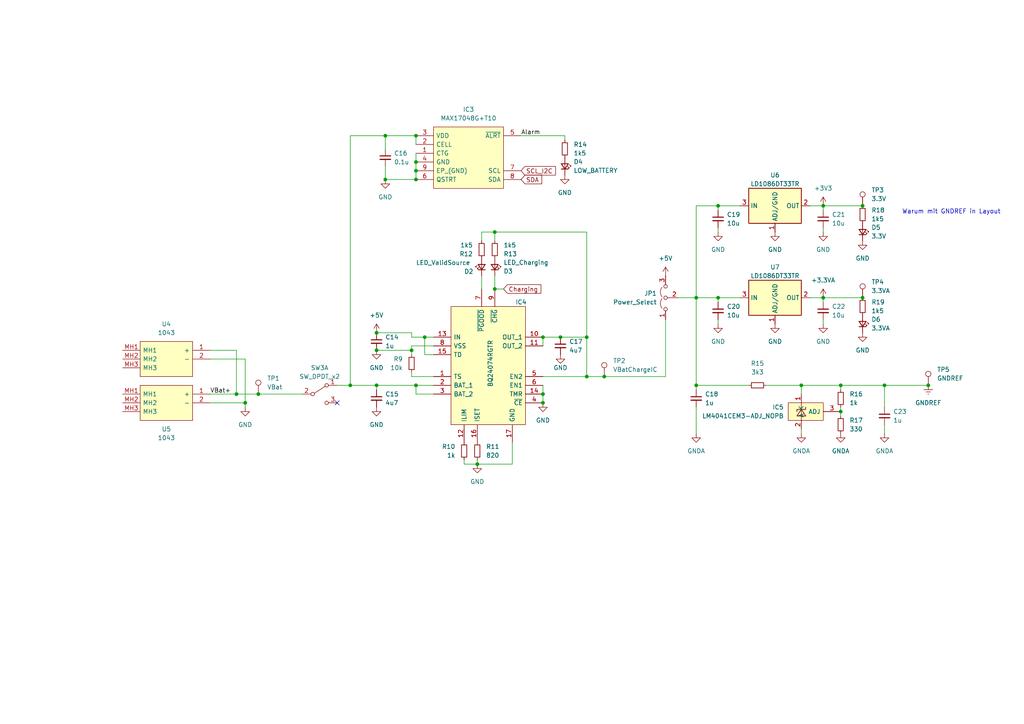
<source format=kicad_sch>
(kicad_sch (version 20211123) (generator eeschema)
  (paper "A4")
  (lib_symbols
    (symbol "Connector:TestPoint" (pin_numbers hide) (pin_names (offset 0.762) hide)
      (property "Reference" "TP" (at 0 6.858 0))
      (property "Value" "TestPoint" (at 0 5.08 0))
      (symbol "TestPoint_0_1"
        (circle (center 0 3.302) (radius 0.762))
      )
      (symbol "TestPoint_1_1"
        (pin passive line (at 0 0 90) (length 2.54) (name "1") (number "1"))
      )
    )
    (symbol "Device:C_Small" (pin_numbers hide) (pin_names (offset 0.254) hide)
      (property "Reference" "C" (at 0.254 1.778 0))
      (property "Value" "C_Small" (at 0.254 -2.032 0))
      (symbol "C_Small_0_1"
        (polyline (pts (xy -1.524 -0.508) (xy 1.524 -0.508)) (stroke (width 0.3302)))
        (polyline (pts (xy -1.524 0.508) (xy 1.524 0.508)) (stroke (width 0.3048)))
      )
      (symbol "C_Small_1_1"
        (pin passive line (at 0 2.54 270) (length 2.032) (name "~") (number "1"))
        (pin passive line (at 0 -2.54 90) (length 2.032) (name "~") (number "2"))
      )
    )
    (symbol "Device:LED_Small" (pin_numbers hide) (pin_names (offset 0.254) hide)
      (property "Reference" "D" (at -1.27 3.175 0))
      (property "Value" "LED_Small" (at -4.445 -2.54 0))
      (symbol "LED_Small_0_1"
        (polyline (pts (xy -0.762 -1.016) (xy -0.762 1.016)) (stroke (width 0.254)))
        (polyline (pts (xy 1.016 0) (xy -0.762 0)))
        (polyline (pts (xy 0.762 -1.016) (xy -0.762 0) (xy 0.762 1.016) (xy 0.762 -1.016)) (stroke (width 0.254)))
        (polyline (pts (xy 0 0.762) (xy -0.508 1.27) (xy -0.254 1.27) (xy -0.508 1.27) (xy -0.508 1.016)))
        (polyline (pts (xy 0.508 1.27) (xy 0 1.778) (xy 0.254 1.778) (xy 0 1.778) (xy 0 1.524)))
      )
      (symbol "LED_Small_1_1"
        (pin passive line (at -2.54 0 0) (length 1.778) (name "K") (number "1"))
        (pin passive line (at 2.54 0 180) (length 1.778) (name "A") (number "2"))
      )
    )
    (symbol "Device:R_Small" (pin_numbers hide) (pin_names (offset 0.254) hide)
      (property "Reference" "R" (at 0.762 0.508 0))
      (property "Value" "R_Small" (at 0.762 -1.016 0))
      (symbol "R_Small_0_1"
        (rectangle (start -0.762 1.778) (end 0.762 -1.778) (stroke (width 0.2032)))
      )
      (symbol "R_Small_1_1"
        (pin passive line (at 0 2.54 270) (length 0.762) (name "~") (number "1"))
        (pin passive line (at 0 -2.54 90) (length 0.762) (name "~") (number "2"))
      )
    )
    (symbol "Jumper:Jumper_3_Open" (pin_names (offset 0) hide)
      (property "Reference" "JP" (at -2.54 -2.54 0))
      (property "Value" "Jumper_3_Open" (at 0 2.794 0))
      (symbol "Jumper_3_Open_0_0"
        (circle (center -3.302 0) (radius 0.508))
        (circle (center 0 0) (radius 0.508))
        (circle (center 3.302 0) (radius 0.508))
      )
      (symbol "Jumper_3_Open_0_1"
        (arc (start -0.254 1.016) (mid -1.651 1.4992) (end -3.048 1.016))
        (polyline (pts (xy 0 -0.508) (xy 0 -1.27)))
        (arc (start 3.048 1.016) (mid 1.651 1.4992) (end 0.254 1.016))
      )
      (symbol "Jumper_3_Open_1_1"
        (pin passive line (at -6.35 0 0) (length 2.54) (name "A") (number "1"))
        (pin passive line (at 0 -3.81 90) (length 2.54) (name "C") (number "2"))
        (pin passive line (at 6.35 0 180) (length 2.54) (name "B") (number "3"))
      )
    )
    (symbol "Regulator_Linear:LD1086DT33TR"
      (property "Reference" "U" (at 0 10.16 0))
      (property "Value" "LD1086DT33TR" (at 0 7.62 0))
      (symbol "LD1086DT33TR_1_1"
        (rectangle (start -7.62 -5.08) (end 7.62 5.08) (stroke (width 0.254)) (fill (type background)))
        (pin input line (at 0 -7.62 90) (length 2.54) (name "ADJ/GND") (number "1"))
        (pin power_out line (at 10.16 0 180) (length 2.54) (name "OUT") (number "2"))
        (pin power_in line (at -10.16 0 0) (length 2.54) (name "IN") (number "3"))
      )
    )
    (symbol "Switch:SW_DPDT_x2" (pin_names (offset 0) hide)
      (property "Reference" "SW" (at 0 4.318 0))
      (property "Value" "SW_DPDT_x2" (at 0 -5.08 0))
      (symbol "SW_DPDT_x2_0_0"
        (circle (center -2.032 0) (radius 0.508))
        (circle (center 2.032 -2.54) (radius 0.508))
      )
      (symbol "SW_DPDT_x2_0_1"
        (polyline (pts (xy -1.524 0.254) (xy 1.651 2.286)))
        (circle (center 2.032 2.54) (radius 0.508))
      )
      (symbol "SW_DPDT_x2_1_1"
        (pin passive line (at 5.08 2.54 180) (length 2.54) (name "A") (number "1"))
        (pin passive line (at -5.08 0 0) (length 2.54) (name "B") (number "2"))
        (pin passive line (at 5.08 -2.54 180) (length 2.54) (name "C") (number "3"))
      )
      (symbol "SW_DPDT_x2_2_1"
        (pin passive line (at 5.08 2.54 180) (length 2.54) (name "A") (number "4"))
        (pin passive line (at -5.08 0 0) (length 2.54) (name "B") (number "5"))
        (pin passive line (at 5.08 -2.54 180) (length 2.54) (name "C") (number "6"))
      )
    )
    (symbol "power:+3.3V" (power) (pin_names (offset 0))
      (property "Value" "+3.3V" (at 0 3.556 0))
      (symbol "+3.3V_0_1"
        (polyline (pts (xy -0.762 1.27) (xy 0 2.54)))
        (polyline (pts (xy 0 0) (xy 0 2.54)))
        (polyline (pts (xy 0 2.54) (xy 0.762 1.27)))
      )
      (symbol "+3.3V_1_1"
        (pin power_in line (at 0 0 90) (length 0) hide (name "+3V3") (number "1"))
      )
    )
    (symbol "power:+3.3VA" (power) (pin_names (offset 0))
      (property "Value" "+3.3VA" (at 0 3.556 0))
      (symbol "+3.3VA_0_1"
        (polyline (pts (xy -0.762 1.27) (xy 0 2.54)))
        (polyline (pts (xy 0 0) (xy 0 2.54)))
        (polyline (pts (xy 0 2.54) (xy 0.762 1.27)))
      )
      (symbol "+3.3VA_1_1"
        (pin power_in line (at 0 0 90) (length 0) hide (name "+3.3VA") (number "1"))
      )
    )
    (symbol "power:+5V" (power) (pin_names (offset 0))
      (property "Value" "+5V" (at 0 3.556 0))
      (symbol "+5V_0_1"
        (polyline (pts (xy -0.762 1.27) (xy 0 2.54)))
        (polyline (pts (xy 0 0) (xy 0 2.54)))
        (polyline (pts (xy 0 2.54) (xy 0.762 1.27)))
      )
      (symbol "+5V_1_1"
        (pin power_in line (at 0 0 90) (length 0) hide (name "+5V") (number "1"))
      )
    )
    (symbol "power:GND" (power) (pin_names (offset 0))
      (property "Value" "GND" (at 0 -3.81 0))
      (symbol "GND_0_1"
        (polyline (pts (xy 0 0) (xy 0 -1.27) (xy 1.27 -1.27) (xy 0 -2.54) (xy -1.27 -1.27) (xy 0 -1.27)))
      )
      (symbol "GND_1_1"
        (pin power_in line (at 0 0 270) (length 0) hide (name "GND") (number "1"))
      )
    )
    (symbol "power:GNDA" (power) (pin_names (offset 0))
      (property "Value" "GNDA" (at 0 -3.81 0))
      (symbol "GNDA_0_1"
        (polyline (pts (xy 0 0) (xy 0 -1.27) (xy 1.27 -1.27) (xy 0 -2.54) (xy -1.27 -1.27) (xy 0 -1.27)))
      )
      (symbol "GNDA_1_1"
        (pin power_in line (at 0 0 270) (length 0) hide (name "GNDA") (number "1"))
      )
    )
    (symbol "power:GNDREF" (power) (pin_names (offset 0))
      (property "Value" "GNDREF" (at 0 -3.81 0))
      (symbol "GNDREF_0_1"
        (polyline (pts (xy -0.635 -1.905) (xy 0.635 -1.905)))
        (polyline (pts (xy -0.127 -2.54) (xy 0.127 -2.54)))
        (polyline (pts (xy 0 -1.27) (xy 0 0)))
        (polyline (pts (xy 1.27 -1.27) (xy -1.27 -1.27)))
      )
      (symbol "GNDREF_1_1"
        (pin power_in line (at 0 0 270) (length 0) hide (name "GNDREF") (number "1"))
      )
    )
    (symbol "project_library:1043" (pin_names (offset 0.762))
      (property "Reference" "U" (at 21.59 7.62 0))
      (property "Value" "1043" (at 21.59 5.08 0))
      (symbol "1043_0_0"
        (pin passive line (at 0 0 0) (length 5.08) (name "+") (number "1"))
        (pin passive line (at 0 -2.54 0) (length 5.08) (name "-") (number "2"))
        (pin free line (at 25.4 0 180) (length 5.08) (name "MH1") (number "MH1"))
        (pin free line (at 25.4 -2.54 180) (length 5.08) (name "MH2") (number "MH2"))
        (pin free line (at 25.4 -5.08 180) (length 5.08) (name "MH3") (number "MH3"))
      )
      (symbol "1043_0_1"
        (polyline (pts (xy 5.08 2.54) (xy 20.32 2.54) (xy 20.32 -7.62) (xy 5.08 -7.62) (xy 5.08 2.54)) (stroke (width 0.1524)) (fill (type background)))
      )
    )
    (symbol "project_library:BQ24074RGTR" (pin_names (offset 0.762))
      (property "Reference" "IC1" (at 24.13 11.43 0))
      (property "Value" "BQ24074RGTR" (at 15.24 -6.35 90))
      (symbol "BQ24074RGTR_0_0"
        (pin passive line (at -1.27 -10.16 0) (length 5.08) (name "TS") (number "1"))
        (pin passive line (at 30.48 1.27 180) (length 5.08) (name "OUT_1") (number "10"))
        (pin passive line (at 30.48 -1.27 180) (length 5.08) (name "OUT_2") (number "11"))
        (pin passive line (at 7.62 -29.21 90) (length 5.08) (name "ILIM") (number "12"))
        (pin passive line (at -1.27 1.27 0) (length 5.08) (name "IN") (number "13"))
        (pin passive line (at 30.48 -15.24 180) (length 5.08) (name "TMR") (number "14"))
        (pin passive line (at -1.27 -3.81 0) (length 5.08) (name "TD") (number "15"))
        (pin passive line (at 11.43 -29.21 90) (length 5.08) (name "ISET") (number "16"))
        (pin passive line (at 21.59 -29.21 90) (length 5.08) (name "GND") (number "17"))
        (pin passive line (at -1.27 -12.7 0) (length 5.08) (name "BAT_1") (number "2"))
        (pin passive line (at -1.27 -15.24 0) (length 5.08) (name "BAT_2") (number "3"))
        (pin passive line (at 30.48 -17.78 180) (length 5.08) (name "~{CE}") (number "4"))
        (pin passive line (at 30.48 -10.16 180) (length 5.08) (name "EN2") (number "5"))
        (pin passive line (at 30.48 -12.7 180) (length 5.08) (name "EN1") (number "6"))
        (pin passive line (at 12.7 15.24 270) (length 5.08) (name "~{PGOOD}") (number "7"))
        (pin passive line (at -1.27 -1.27 0) (length 5.08) (name "VSS") (number "8"))
        (pin passive line (at 16.51 15.24 270) (length 5.08) (name "~{CHG}") (number "9"))
      )
      (symbol "BQ24074RGTR_0_1"
        (polyline (pts (xy 3.81 10.16) (xy 25.4 10.16) (xy 25.4 -24.13) (xy 3.81 -24.13) (xy 3.81 10.16)) (stroke (width 0.1524)) (fill (type background)))
      )
    )
    (symbol "project_library:LM4041CEM3-ADJ_NOPB" (pin_names (offset 0.762))
      (property "Reference" "IC" (at 26.67 7.62 0))
      (property "Value" "LM4041CEM3-ADJ_NOPB" (at 26.67 5.08 0))
      (symbol "LM4041CEM3-ADJ_NOPB_0_0"
        (pin passive line (at 22.86 0 180) (length 5.08) (name "ADJ") (number "3"))
      )
      (symbol "LM4041CEM3-ADJ_NOPB_0_1"
        (polyline (pts (xy 11.43 -2.54) (xy 11.43 1.27) (xy 11.43 2.54)))
        (polyline (pts (xy 12.7 -1.27) (xy 11.43 0.635) (xy 10.16 -1.27) (xy 12.7 -1.27)) (stroke (width 0.2032)))
        (polyline (pts (xy 12.7 1.27) (xy 12.7 0.635) (xy 10.16 0.635) (xy 10.16 0)) (stroke (width 0.2032)))
        (polyline (pts (xy 7.62 2.54) (xy 17.78 2.54) (xy 17.78 -2.54) (xy 7.62 -2.54) (xy 7.62 2.54)) (stroke (width 0.1524)) (fill (type background)))
      )
      (symbol "LM4041CEM3-ADJ_NOPB_1_1"
        (pin passive line (at 11.43 5.08 270) (length 2.54) (name "K") (number "1"))
        (pin passive line (at 11.43 -5.08 90) (length 2.54) (name "A") (number "2"))
      )
    )
    (symbol "project_library:MAX17048G+T10" (pin_names (offset 0.762))
      (property "Reference" "IC" (at 26.67 7.62 0))
      (property "Value" "MAX17048G+T10" (at 26.67 5.08 0))
      (symbol "MAX17048G+T10_0_0"
        (pin passive line (at 0 -5.08 0) (length 5.08) (name "CTG") (number "1"))
        (pin passive line (at 0 -2.54 0) (length 5.08) (name "CELL") (number "2"))
        (pin passive line (at 0 0 0) (length 5.08) (name "VDD") (number "3"))
        (pin passive line (at 0 -7.62 0) (length 5.08) (name "GND") (number "4"))
        (pin passive line (at 30.48 0 180) (length 5.08) (name "~{ALRT}") (number "5"))
        (pin passive line (at 0 -12.7 0) (length 5.08) (name "QSTRT") (number "6"))
        (pin passive line (at 30.48 -10.16 180) (length 5.08) (name "SCL") (number "7"))
        (pin passive line (at 30.48 -12.7 180) (length 5.08) (name "SDA") (number "8"))
        (pin passive line (at 0 -10.16 0) (length 5.08) (name "EP_(GND)") (number "9"))
      )
      (symbol "MAX17048G+T10_0_1"
        (polyline (pts (xy 5.08 2.54) (xy 25.4 2.54) (xy 25.4 -15.24) (xy 5.08 -15.24) (xy 5.08 2.54)) (stroke (width 0.1524)) (fill (type background)))
      )
    )
  )
  (junction (at 250.19 59.69))
  (junction (at 119.38 101.6))
  (junction (at 256.54 111.76))
  (junction (at 111.76 52.07))
  (junction (at 109.22 96.52))
  (junction (at 71.12 116.84))
  (junction (at 120.65 111.76))
  (junction (at 157.48 114.3))
  (junction (at 170.18 109.22))
  (junction (at 243.84 119.38))
  (junction (at 143.51 67.31))
  (junction (at 170.18 97.79))
  (junction (at 175.26 109.22))
  (junction (at 238.76 86.36))
  (junction (at 111.76 39.37))
  (junction (at 250.19 86.36))
  (junction (at 120.65 49.53))
  (junction (at 201.93 111.76))
  (junction (at 109.22 101.6))
  (junction (at 201.93 86.36))
  (junction (at 120.65 46.99))
  (junction (at 157.48 116.84))
  (junction (at 243.84 111.76))
  (junction (at 109.22 111.76))
  (junction (at 143.51 83.82))
  (junction (at 68.58 114.3))
  (junction (at 101.6 111.76))
  (junction (at 162.56 97.79))
  (junction (at 138.43 134.62))
  (junction (at 120.65 39.37))
  (junction (at 120.65 52.07))
  (junction (at 74.93 114.3))
  (junction (at 157.48 97.79))
  (junction (at 238.76 59.69))
  (junction (at 269.24 111.76))
  (junction (at 208.28 59.69))
  (junction (at 123.19 97.79))
  (junction (at 208.28 86.36))
  (junction (at 232.41 111.76))
  (no_connect (at 97.79 116.84))
  (wire (pts (xy 111.76 52.07) (xy 120.65 52.07)))
  (wire (pts (xy 148.59 134.62) (xy 148.59 128.27)))
  (wire (pts (xy 238.76 86.36) (xy 238.76 87.63)))
  (wire (pts (xy 119.38 96.52) (xy 109.22 96.52)))
  (wire (pts (xy 119.38 107.95) (xy 119.38 109.22)))
  (wire (pts (xy 120.65 44.45) (xy 120.65 46.99)))
  (wire (pts (xy 201.93 86.36) (xy 208.28 86.36)))
  (wire (pts (xy 139.7 80.01) (xy 139.7 83.82)))
  (wire (pts (xy 139.7 67.31) (xy 143.51 67.31)))
  (wire (pts (xy 101.6 111.76) (xy 109.22 111.76)))
  (wire (pts (xy 170.18 97.79) (xy 170.18 109.22)))
  (wire (pts (xy 232.41 111.76) (xy 243.84 111.76)))
  (wire (pts (xy 111.76 39.37) (xy 120.65 39.37)))
  (wire (pts (xy 120.65 114.3) (xy 125.73 114.3)))
  (wire (pts (xy 123.19 97.79) (xy 125.73 97.79)))
  (wire (pts (xy 157.48 111.76) (xy 157.48 114.3)))
  (wire (pts (xy 208.28 67.31) (xy 208.28 66.04)))
  (wire (pts (xy 109.22 111.76) (xy 120.65 111.76)))
  (wire (pts (xy 175.26 109.22) (xy 193.04 109.22)))
  (wire (pts (xy 193.04 109.22) (xy 193.04 92.71)))
  (wire (pts (xy 120.65 39.37) (xy 120.65 41.91)))
  (wire (pts (xy 238.76 93.98) (xy 238.76 92.71)))
  (wire (pts (xy 134.62 134.62) (xy 138.43 134.62)))
  (wire (pts (xy 125.73 102.87) (xy 123.19 102.87)))
  (wire (pts (xy 256.54 125.73) (xy 256.54 123.19)))
  (wire (pts (xy 68.58 101.6) (xy 68.58 114.3)))
  (wire (pts (xy 163.83 39.37) (xy 163.83 40.64)))
  (wire (pts (xy 170.18 109.22) (xy 175.26 109.22)))
  (wire (pts (xy 208.28 86.36) (xy 208.28 87.63)))
  (wire (pts (xy 143.51 67.31) (xy 143.51 69.85)))
  (wire (pts (xy 232.41 124.46) (xy 232.41 125.73)))
  (wire (pts (xy 68.58 101.6) (xy 60.96 101.6)))
  (wire (pts (xy 111.76 48.26) (xy 111.76 52.07)))
  (wire (pts (xy 120.65 111.76) (xy 120.65 114.3)))
  (wire (pts (xy 111.76 39.37) (xy 101.6 39.37)))
  (wire (pts (xy 143.51 67.31) (xy 170.18 67.31)))
  (wire (pts (xy 201.93 125.73) (xy 201.93 118.11)))
  (wire (pts (xy 201.93 59.69) (xy 201.93 86.36)))
  (wire (pts (xy 222.25 111.76) (xy 232.41 111.76)))
  (wire (pts (xy 119.38 101.6) (xy 119.38 102.87)))
  (wire (pts (xy 71.12 104.14) (xy 71.12 116.84)))
  (wire (pts (xy 143.51 80.01) (xy 143.51 83.82)))
  (wire (pts (xy 232.41 111.76) (xy 232.41 114.3)))
  (wire (pts (xy 238.76 59.69) (xy 250.19 59.69)))
  (wire (pts (xy 201.93 111.76) (xy 201.93 113.03)))
  (wire (pts (xy 120.65 46.99) (xy 120.65 49.53)))
  (wire (pts (xy 238.76 86.36) (xy 250.19 86.36)))
  (wire (pts (xy 243.84 113.03) (xy 243.84 111.76)))
  (wire (pts (xy 243.84 118.11) (xy 243.84 119.38)))
  (wire (pts (xy 143.51 83.82) (xy 146.05 83.82)))
  (wire (pts (xy 234.95 59.69) (xy 238.76 59.69)))
  (wire (pts (xy 234.95 86.36) (xy 238.76 86.36)))
  (wire (pts (xy 243.84 111.76) (xy 256.54 111.76)))
  (wire (pts (xy 256.54 118.11) (xy 256.54 111.76)))
  (wire (pts (xy 71.12 116.84) (xy 71.12 118.11)))
  (wire (pts (xy 123.19 97.79) (xy 123.19 102.87)))
  (wire (pts (xy 111.76 39.37) (xy 111.76 43.18)))
  (wire (pts (xy 120.65 111.76) (xy 125.73 111.76)))
  (wire (pts (xy 74.93 114.3) (xy 87.63 114.3)))
  (wire (pts (xy 170.18 109.22) (xy 157.48 109.22)))
  (wire (pts (xy 119.38 101.6) (xy 119.38 100.33)))
  (wire (pts (xy 243.84 119.38) (xy 243.84 120.65)))
  (wire (pts (xy 157.48 97.79) (xy 162.56 97.79)))
  (wire (pts (xy 60.96 104.14) (xy 71.12 104.14)))
  (wire (pts (xy 68.58 114.3) (xy 60.96 114.3)))
  (wire (pts (xy 196.85 86.36) (xy 201.93 86.36)))
  (wire (pts (xy 238.76 67.31) (xy 238.76 66.04)))
  (wire (pts (xy 138.43 133.35) (xy 138.43 134.62)))
  (wire (pts (xy 214.63 59.69) (xy 208.28 59.69)))
  (wire (pts (xy 162.56 97.79) (xy 170.18 97.79)))
  (wire (pts (xy 170.18 67.31) (xy 170.18 97.79)))
  (wire (pts (xy 138.43 134.62) (xy 148.59 134.62)))
  (wire (pts (xy 134.62 133.35) (xy 134.62 134.62)))
  (wire (pts (xy 151.13 39.37) (xy 163.83 39.37)))
  (wire (pts (xy 60.96 116.84) (xy 71.12 116.84)))
  (wire (pts (xy 256.54 111.76) (xy 269.24 111.76)))
  (wire (pts (xy 139.7 67.31) (xy 139.7 69.85)))
  (wire (pts (xy 201.93 86.36) (xy 201.93 111.76)))
  (wire (pts (xy 238.76 59.69) (xy 238.76 60.96)))
  (wire (pts (xy 120.65 49.53) (xy 120.65 52.07)))
  (wire (pts (xy 119.38 100.33) (xy 125.73 100.33)))
  (wire (pts (xy 208.28 59.69) (xy 201.93 59.69)))
  (wire (pts (xy 208.28 93.98) (xy 208.28 92.71)))
  (wire (pts (xy 157.48 114.3) (xy 157.48 116.84)))
  (wire (pts (xy 208.28 59.69) (xy 208.28 60.96)))
  (wire (pts (xy 68.58 114.3) (xy 74.93 114.3)))
  (wire (pts (xy 109.22 101.6) (xy 119.38 101.6)))
  (wire (pts (xy 157.48 97.79) (xy 157.48 100.33)))
  (wire (pts (xy 125.73 109.22) (xy 119.38 109.22)))
  (wire (pts (xy 101.6 39.37) (xy 101.6 111.76)))
  (wire (pts (xy 201.93 111.76) (xy 217.17 111.76)))
  (wire (pts (xy 109.22 111.76) (xy 109.22 113.03)))
  (wire (pts (xy 214.63 86.36) (xy 208.28 86.36)))
  (wire (pts (xy 119.38 97.79) (xy 123.19 97.79)))
  (wire (pts (xy 119.38 97.79) (xy 119.38 96.52)))
  (wire (pts (xy 97.79 111.76) (xy 101.6 111.76)))
  (text "Warum mit GNDREF in Layout" (at 261.62 62.23 0) (effects (font (size 1.27 1.27)) (justify left bottom)))
  (label "VBat+" (at 60.96 114.3 0))
  (label "Alarm" (at 151.13 39.37 0))
  (global_label "SCL_I2C" (shape input) (at 151.13 49.53 0) (property "Intersheet References" "${INTERSHEET_REFS}" (effects hide)))
  (global_label "SDA" (shape input) (at 151.13 52.07 0) (property "Intersheet References" "${INTERSHEET_REFS}" (effects hide)))
  (global_label "Charging" (shape input) (at 146.05 83.82 0) (property "Intersheet References" "${INTERSHEET_REFS}" (effects hide)))
  (symbol (lib_id "Device:R_Small") (at 219.71 111.76 90) (unit 1)
    (property "Reference" "R15" (at 219.71 105.41 90))
    (property "Value" "3k3" (at 219.71 107.95 90))
    (property "Footprint" "Resistor_SMD:R_0805_2012Metric_Pad1.20x1.40mm_HandSolder" (effects hide))
  )
  (symbol (lib_id "power:GND") (at 162.56 102.87 0) (unit 1)
    (property "Reference" "#PWR036" (effects hide))
    (property "Value" "GND" (at 162.56 106.68 0))
  )
  (symbol (lib_id "project_library:LM4041CEM3-ADJ_NOPB") (at 220.98 119.38 0) (unit 1)
    (property "Reference" "IC5" (at 227.33 118.1099 0) (effects (justify right)))
    (property "Value" "LM4041CEM3-ADJ_NOPB" (at 227.33 120.6499 0) (effects (justify right)))
    (property "Footprint" "project_library:LM4041CEM3-ADJ_NOPB" (effects hide))
    (property "Datasheet" "http://www.ti.com/lit/gpn/lm4041-n" (effects hide))
    (property "Description" "Texas Instruments LM4041CEM3-ADJ/NOPB, Shunt Voltage Reference 1.233V, 0.5%, 3-Pin SOT-23" (effects hide))
    (property "Height" "1.12" (effects hide))
    (property "Mouser Part Number" "926-LM4041CEM3ADJNPB" (effects hide))
    (property "Mouser Price/Stock" "https://www.mouser.co.uk/ProductDetail/Texas-Instruments/LM4041CEM3-ADJ-NOPB?qs=QbsRYf82W3Gxzu6%2FQ5A9VQ%3D%3D" (effects hide))
    (property "Manufacturer_Name" "Texas Instruments" (effects hide))
    (property "Manufacturer_Part_Number" "LM4041CEM3-ADJ/NOPB" (effects hide))
  )
  (symbol (lib_id "power:GND") (at 250.19 69.85 0) (unit 1)
    (property "Reference" "#PWR050" (effects hide))
    (property "Value" "GND" (at 250.19 74.93 0))
  )
  (symbol (lib_id "Device:C_Small") (at 162.56 100.33 0) (unit 1)
    (property "Reference" "C17" (at 165.1 99.0662 0) (effects (justify left)))
    (property "Value" "4u7" (at 165.1 101.6062 0) (effects (justify left)))
    (property "Footprint" "Capacitor_SMD:C_0805_2012Metric_Pad1.18x1.45mm_HandSolder" (effects hide))
  )
  (symbol (lib_id "Device:R_Small") (at 250.19 62.23 0) (mirror x) (unit 1)
    (property "Reference" "R18" (at 252.73 60.96 0) (effects (justify left)))
    (property "Value" "1k5" (at 252.73 63.5 0) (effects (justify left)))
    (property "Footprint" "Resistor_SMD:R_0805_2012Metric_Pad1.20x1.40mm_HandSolder" (effects hide))
  )
  (symbol (lib_id "power:GNDA") (at 243.84 125.73 0) (unit 1)
    (property "Reference" "#PWR049" (effects hide))
    (property "Value" "GNDA" (at 243.84 130.81 0))
  )
  (symbol (lib_id "power:GNDA") (at 232.41 125.73 0) (unit 1)
    (property "Reference" "#PWR044" (effects hide))
    (property "Value" "GNDA" (at 232.41 130.81 0))
  )
  (symbol (lib_id "Device:C_Small") (at 208.28 63.5 0) (unit 1)
    (property "Reference" "C19" (at 210.82 62.2362 0) (effects (justify left)))
    (property "Value" "10u" (at 210.82 64.7762 0) (effects (justify left)))
    (property "Footprint" "Capacitor_SMD:C_0805_2012Metric_Pad1.18x1.45mm_HandSolder" (effects hide))
  )
  (symbol (lib_id "Device:R_Small") (at 138.43 130.81 0) (unit 1)
    (property "Reference" "R11" (at 140.97 129.54 0) (effects (justify left)))
    (property "Value" "820" (at 140.97 132.08 0) (effects (justify left)))
    (property "Footprint" "Resistor_SMD:R_0805_2012Metric_Pad1.20x1.40mm_HandSolder" (effects hide))
  )
  (symbol (lib_id "power:GND") (at 238.76 67.31 0) (unit 1)
    (property "Reference" "#PWR046" (effects hide))
    (property "Value" "GND" (at 238.76 72.39 0))
  )
  (symbol (lib_id "Device:C_Small") (at 238.76 90.17 0) (unit 1)
    (property "Reference" "C22" (at 241.3 88.9062 0) (effects (justify left)))
    (property "Value" "10u" (at 241.3 91.4462 0) (effects (justify left)))
    (property "Footprint" "Capacitor_SMD:C_0805_2012Metric_Pad1.18x1.45mm_HandSolder" (effects hide))
  )
  (symbol (lib_id "power:GNDREF") (at 269.24 111.76 0) (unit 1)
    (property "Reference" "#PWR053" (effects hide))
    (property "Value" "GNDREF" (at 269.24 116.84 0))
  )
  (symbol (lib_id "Connector:TestPoint") (at 250.19 59.69 0) (unit 1)
    (property "Reference" "TP3" (at 252.73 55.1179 0) (effects (justify left)))
    (property "Value" "3.3V" (at 252.73 57.6579 0) (effects (justify left)))
    (property "Footprint" "TestPoint:TestPoint_Keystone_5000-5004_Miniature" (effects hide))
  )
  (symbol (lib_id "power:GND") (at 157.48 116.84 0) (unit 1)
    (property "Reference" "#PWR035" (effects hide))
    (property "Value" "GND" (at 157.48 121.92 0))
  )
  (symbol (lib_id "Device:R_Small") (at 143.51 72.39 0) (mirror x) (unit 1)
    (property "Reference" "R13" (at 146.05 73.6601 0) (effects (justify left)))
    (property "Value" "1k5" (at 146.05 71.1201 0) (effects (justify left)))
    (property "Footprint" "Resistor_SMD:R_0805_2012Metric_Pad1.20x1.40mm_HandSolder" (effects hide))
  )
  (symbol (lib_id "power:GNDA") (at 256.54 125.73 0) (unit 1)
    (property "Reference" "#PWR052" (effects hide))
    (property "Value" "GNDA" (at 256.54 130.81 0))
  )
  (symbol (lib_id "Connector:TestPoint") (at 175.26 109.22 0) (unit 1)
    (property "Reference" "TP2" (at 177.8 104.6479 0) (effects (justify left)))
    (property "Value" "VBatChargeIC" (at 177.8 107.1879 0) (effects (justify left)))
    (property "Footprint" "TestPoint:TestPoint_Keystone_5000-5004_Miniature" (effects hide))
  )
  (symbol (lib_id "power:+3.3V") (at 238.76 59.69 0) (unit 1)
    (property "Reference" "#PWR045" (effects hide))
    (property "Value" "+3.3V" (at 238.76 54.61 0))
  )
  (symbol (lib_id "power:GND") (at 224.79 93.98 0) (unit 1)
    (property "Reference" "#PWR043" (effects hide))
    (property "Value" "GND" (at 224.79 99.06 0))
  )
  (symbol (lib_id "power:GND") (at 71.12 118.11 0) (unit 1)
    (property "Reference" "#PWR029" (effects hide))
    (property "Value" "GND" (at 71.12 123.19 0))
  )
  (symbol (lib_id "Device:LED_Small") (at 250.19 67.31 270) (mirror x) (unit 1)
    (property "Reference" "D5" (at 252.73 65.9764 90) (effects (justify left)))
    (property "Value" "3.3V" (at 252.73 68.5164 90) (effects (justify left)))
    (property "Footprint" "LED_SMD:LED_0805_2012Metric_Pad1.15x1.40mm_HandSolder" (effects hide))
  )
  (symbol (lib_id "power:GND") (at 138.43 134.62 0) (unit 1)
    (property "Reference" "#PWR034" (effects hide))
    (property "Value" "GND" (at 138.43 139.7 0))
  )
  (symbol (lib_id "Connector:TestPoint") (at 250.19 86.36 0) (unit 1)
    (property "Reference" "TP4" (at 252.73 81.7879 0) (effects (justify left)))
    (property "Value" "3.3VA" (at 252.73 84.3279 0) (effects (justify left)))
    (property "Footprint" "TestPoint:TestPoint_Keystone_5000-5004_Miniature" (effects hide))
  )
  (symbol (lib_id "power:GNDA") (at 201.93 125.73 0) (unit 1)
    (property "Reference" "#PWR039" (effects hide))
    (property "Value" "GNDA" (at 201.93 130.81 0))
  )
  (symbol (lib_id "Device:R_Small") (at 243.84 123.19 0) (unit 1)
    (property "Reference" "R17" (at 246.38 121.9199 0) (effects (justify left)))
    (property "Value" "330" (at 246.38 124.4599 0) (effects (justify left)))
    (property "Footprint" "Resistor_SMD:R_0805_2012Metric_Pad1.20x1.40mm_HandSolder" (effects hide))
  )
  (symbol (lib_id "Switch:SW_DPDT_x2") (at 92.71 114.3 0) (unit 1)
    (property "Reference" "SW3" (at 92.71 106.68 0))
    (property "Value" "SW_DPDT_x2" (at 92.71 109.22 0))
    (property "Footprint" "project_library:25136NAH6" (effects hide))
  )
  (symbol (lib_id "Jumper:Jumper_3_Open") (at 193.04 86.36 90) (unit 1)
    (property "Reference" "JP1" (at 190.5 85.0899 90) (effects (justify left)))
    (property "Value" "Power_Select" (at 190.5 87.6299 90) (effects (justify left)))
    (property "Footprint" "Connector_PinHeader_2.54mm:PinHeader_1x03_P2.54mm_Vertical" (effects hide))
  )
  (symbol (lib_id "power:GND") (at 109.22 101.6 0) (unit 1)
    (property "Reference" "#PWR031" (effects hide))
    (property "Value" "GND" (at 109.22 106.68 0))
  )
  (symbol (lib_id "Device:C_Small") (at 238.76 63.5 0) (unit 1)
    (property "Reference" "C21" (at 241.3 62.2362 0) (effects (justify left)))
    (property "Value" "10u" (at 241.3 64.7762 0) (effects (justify left)))
    (property "Footprint" "Capacitor_SMD:C_0805_2012Metric_Pad1.18x1.45mm_HandSolder" (effects hide))
  )
  (symbol (lib_id "Device:C_Small") (at 109.22 115.57 0) (unit 1)
    (property "Reference" "C15" (at 111.76 114.3062 0) (effects (justify left)))
    (property "Value" "4u7" (at 111.76 116.8462 0) (effects (justify left)))
    (property "Footprint" "Capacitor_SMD:C_0805_2012Metric_Pad1.18x1.45mm_HandSolder" (effects hide))
  )
  (symbol (lib_id "power:GND") (at 109.22 118.11 0) (unit 1)
    (property "Reference" "#PWR032" (effects hide))
    (property "Value" "GND" (at 109.22 123.19 0))
  )
  (symbol (lib_id "power:+5V") (at 193.04 80.01 0) (unit 1)
    (property "Reference" "#PWR038" (effects hide))
    (property "Value" "+5V" (at 193.04 74.93 0))
  )
  (symbol (lib_id "Device:R_Small") (at 243.84 115.57 0) (unit 1)
    (property "Reference" "R16" (at 246.38 114.2999 0) (effects (justify left)))
    (property "Value" "1k" (at 246.38 116.8399 0) (effects (justify left)))
    (property "Footprint" "Resistor_SMD:R_0805_2012Metric_Pad1.20x1.40mm_HandSolder" (effects hide))
  )
  (symbol (lib_id "Device:R_Small") (at 163.83 43.18 0) (mirror x) (unit 1)
    (property "Reference" "R14" (at 166.37 41.91 0) (effects (justify left)))
    (property "Value" "1k5" (at 166.37 44.45 0) (effects (justify left)))
    (property "Footprint" "Resistor_SMD:R_0805_2012Metric_Pad1.20x1.40mm_HandSolder" (effects hide))
  )
  (symbol (lib_id "Regulator_Linear:LD1086DT33TR") (at 224.79 86.36 0) (unit 1)
    (property "Reference" "U7" (at 224.79 77.47 0))
    (property "Value" "LD1086DT33TR" (at 224.79 80.01 0))
    (property "Footprint" "Package_TO_SOT_SMD:TO-252-2" (effects hide))
    (property "Datasheet" "https://www.st.com/resource/en/datasheet/ld1086.pdf" (effects hide))
  )
  (symbol (lib_id "power:GND") (at 111.76 52.07 0) (unit 1)
    (property "Reference" "#PWR033" (effects hide))
    (property "Value" "GND" (at 111.76 57.15 0))
  )
  (symbol (lib_id "project_library:1043") (at 60.96 114.3 0) (mirror y) (unit 1)
    (property "Reference" "U5" (at 48.26 124.46 0))
    (property "Value" "1043" (at 48.26 127 0))
    (property "Footprint" "project_library:1043" (effects hide))
    (property "Datasheet" "http://www.keyelco.com/product-pdf.cfm?p=919" (effects hide))
    (property "Description" "KEYSTONE - 1043 - BATTERY HOLDER, 18650, TH" (effects hide))
    (property "Height" "14.86" (effects hide))
    (property "Mouser Part Number" "534-1043" (effects hide))
    (property "Mouser Price/Stock" "https://www.mouser.co.uk/ProductDetail/Keystone-Electronics/1043?qs=%2F7TOpeL5Mz6j%2FnxeOA1rsg%3D%3D" (effects hide))
    (property "Manufacturer_Name" "Keystone Electronics" (effects hide))
    (property "Manufacturer_Part_Number" "1043" (effects hide))
  )
  (symbol (lib_id "Device:R_Small") (at 139.7 72.39 180) (unit 1)
    (property "Reference" "R12" (at 137.16 73.6601 0) (effects (justify left)))
    (property "Value" "1k5" (at 137.16 71.1201 0) (effects (justify left)))
    (property "Footprint" "Resistor_SMD:R_0805_2012Metric_Pad1.20x1.40mm_HandSolder" (effects hide))
  )
  (symbol (lib_id "power:GND") (at 208.28 93.98 0) (unit 1)
    (property "Reference" "#PWR041" (effects hide))
    (property "Value" "GND" (at 208.28 99.06 0))
  )
  (symbol (lib_id "Connector:TestPoint") (at 74.93 114.3 0) (unit 1)
    (property "Reference" "TP1" (at 77.47 109.7279 0) (effects (justify left)))
    (property "Value" "VBat" (at 77.47 112.2679 0) (effects (justify left)))
    (property "Footprint" "TestPoint:TestPoint_Keystone_5000-5004_Miniature" (effects hide))
  )
  (symbol (lib_id "Device:C_Small") (at 208.28 90.17 0) (unit 1)
    (property "Reference" "C20" (at 210.82 88.9062 0) (effects (justify left)))
    (property "Value" "10u" (at 210.82 91.4462 0) (effects (justify left)))
    (property "Footprint" "Capacitor_SMD:C_0805_2012Metric_Pad1.18x1.45mm_HandSolder" (effects hide))
  )
  (symbol (lib_id "Regulator_Linear:LD1086DT33TR") (at 224.79 59.69 0) (unit 1)
    (property "Reference" "U6" (at 224.79 50.8 0))
    (property "Value" "LD1086DT33TR" (at 224.79 53.34 0))
    (property "Footprint" "Package_TO_SOT_SMD:TO-252-2" (effects hide))
    (property "Datasheet" "https://www.st.com/resource/en/datasheet/ld1086.pdf" (effects hide))
  )
  (symbol (lib_id "power:GND") (at 208.28 67.31 0) (unit 1)
    (property "Reference" "#PWR040" (effects hide))
    (property "Value" "GND" (at 208.28 72.39 0))
  )
  (symbol (lib_id "Device:C_Small") (at 256.54 120.65 0) (unit 1)
    (property "Reference" "C23" (at 259.08 119.3862 0) (effects (justify left)))
    (property "Value" "1u" (at 259.08 121.9262 0) (effects (justify left)))
    (property "Footprint" "Capacitor_SMD:C_0805_2012Metric_Pad1.18x1.45mm_HandSolder" (effects hide))
  )
  (symbol (lib_id "Device:LED_Small") (at 139.7 77.47 90) (unit 1)
    (property "Reference" "D2" (at 134.62 78.74 90) (effects (justify right)))
    (property "Value" "LED_ValidSource" (at 120.65 76.2 90) (effects (justify right)))
    (property "Footprint" "LED_SMD:LED_0805_2012Metric_Pad1.15x1.40mm_HandSolder" (effects hide))
  )
  (symbol (lib_id "Device:C_Small") (at 109.22 99.06 0) (unit 1)
    (property "Reference" "C14" (at 111.76 97.7962 0) (effects (justify left)))
    (property "Value" "1u" (at 111.76 100.3362 0) (effects (justify left)))
    (property "Footprint" "Capacitor_SMD:C_0805_2012Metric_Pad1.18x1.45mm_HandSolder" (effects hide))
  )
  (symbol (lib_id "Device:LED_Small") (at 143.51 77.47 270) (mirror x) (unit 1)
    (property "Reference" "D3" (at 146.05 78.6766 90) (effects (justify left)))
    (property "Value" "LED_Charging" (at 146.05 76.1366 90) (effects (justify left)))
    (property "Footprint" "LED_SMD:LED_0805_2012Metric_Pad1.15x1.40mm_HandSolder" (effects hide))
  )
  (symbol (lib_id "Device:R_Small") (at 134.62 130.81 0) (mirror y) (unit 1)
    (property "Reference" "R10" (at 132.08 129.54 0) (effects (justify left)))
    (property "Value" "1k" (at 132.08 132.08 0) (effects (justify left)))
    (property "Footprint" "Resistor_SMD:R_0805_2012Metric_Pad1.20x1.40mm_HandSolder" (effects hide))
  )
  (symbol (lib_id "project_library:MAX17048G+T10") (at 120.65 39.37 0) (unit 1)
    (property "Reference" "IC3" (at 135.89 31.75 0))
    (property "Value" "MAX17048G+T10" (at 135.89 34.29 0))
    (property "Footprint" "project_library:MAX17048G+T10" (effects hide))
    (property "Datasheet" "https://datasheets.maximintegrated.com/en/ds/MAX17048-MAX17049.pdf" (effects hide))
    (property "Description" "Battery Management Host-Side Modelgauge (1-Cell)" (effects hide))
    (property "Height" "0.8" (effects hide))
    (property "Mouser Part Number" "700-MAX17048G+T10" (effects hide))
    (property "Mouser Price/Stock" "https://www.mouser.co.uk/ProductDetail/Maxim-Integrated/MAX17048G%2bT10?qs=D7PJwyCwLAoGnnn8jEPRBQ%3D%3D" (effects hide))
    (property "Manufacturer_Name" "Analog Devices" (effects hide))
    (property "Manufacturer_Part_Number" "MAX17048G+T10" (effects hide))
  )
  (symbol (lib_id "Device:C_Small") (at 201.93 115.57 0) (unit 1)
    (property "Reference" "C18" (at 204.47 114.3062 0) (effects (justify left)))
    (property "Value" "1u" (at 204.47 116.8462 0) (effects (justify left)))
    (property "Footprint" "Capacitor_SMD:C_0805_2012Metric_Pad1.18x1.45mm_HandSolder" (effects hide))
  )
  (symbol (lib_id "power:+5V") (at 109.22 96.52 0) (unit 1)
    (property "Reference" "#PWR030" (effects hide))
    (property "Value" "+5V" (at 109.22 91.44 0))
  )
  (symbol (lib_id "power:GND") (at 163.83 50.8 0) (unit 1)
    (property "Reference" "#PWR037" (effects hide))
    (property "Value" "GND" (at 163.83 55.88 0))
  )
  (symbol (lib_id "project_library:BQ24074RGTR") (at 127 99.06 0) (unit 1)
    (property "Reference" "IC4" (at 151.13 87.63 0))
    (property "Value" "BQ24074RGTR" (at 142.24 105.41 90))
    (property "Footprint" "project_library:BQ24074RGTR" (effects hide))
    (property "Datasheet" "http://www.ti.com/lit/ds/symlink/bq24074.pdf" (effects hide))
    (property "Description" "USB-Friendly Li-Ion Battery Charger and Power-Path Management IC, 10.5V OVP" (effects hide))
    (property "Height" "1" (effects hide))
    (property "Mouser Part Number" "595-BQ24074RGTR" (effects hide))
    (property "Mouser Price/Stock" "https://www.mouser.co.uk/ProductDetail/Texas-Instruments/BQ24074RGTR?qs=ZV%2Fxhq4oszp2Nll7fIx5wg%3D%3D" (effects hide))
    (property "Manufacturer_Name" "Texas Instruments" (effects hide))
    (property "Manufacturer_Part_Number" "BQ24074RGTR" (effects hide))
  )
  (symbol (lib_id "power:GND") (at 224.79 67.31 0) (unit 1)
    (property "Reference" "#PWR042" (effects hide))
    (property "Value" "GND" (at 224.79 72.39 0))
  )
  (symbol (lib_id "power:+3.3VA") (at 238.76 86.36 0) (unit 1)
    (property "Reference" "#PWR047" (effects hide))
    (property "Value" "+3.3VA" (at 238.76 81.28 0))
  )
  (symbol (lib_id "Device:R_Small") (at 250.19 88.9 0) (mirror x) (unit 1)
    (property "Reference" "R19" (at 252.73 87.63 0) (effects (justify left)))
    (property "Value" "1k5" (at 252.73 90.17 0) (effects (justify left)))
    (property "Footprint" "Resistor_SMD:R_0805_2012Metric_Pad1.20x1.40mm_HandSolder" (effects hide))
  )
  (symbol (lib_id "Device:C_Small") (at 111.76 45.72 0) (unit 1)
    (property "Reference" "C16" (at 114.3 44.4562 0) (effects (justify left)))
    (property "Value" "0.1u" (at 114.3 46.9962 0) (effects (justify left)))
    (property "Footprint" "Capacitor_SMD:C_0805_2012Metric_Pad1.18x1.45mm_HandSolder" (effects hide))
  )
  (symbol (lib_id "Connector:TestPoint") (at 269.24 111.76 0) (unit 1)
    (property "Reference" "TP5" (at 271.78 107.1879 0) (effects (justify left)))
    (property "Value" "GNDREF" (at 271.78 109.7279 0) (effects (justify left)))
    (property "Footprint" "TestPoint:TestPoint_Keystone_5000-5004_Miniature" (effects hide))
  )
  (symbol (lib_id "Device:R_Small") (at 119.38 105.41 0) (mirror y) (unit 1)
    (property "Reference" "R9" (at 116.84 104.14 0) (effects (justify left)))
    (property "Value" "10k" (at 116.84 106.68 0) (effects (justify left)))
    (property "Footprint" "Resistor_SMD:R_0805_2012Metric_Pad1.20x1.40mm_HandSolder" (effects hide))
  )
  (symbol (lib_id "Device:LED_Small") (at 163.83 48.26 270) (mirror x) (unit 1)
    (property "Reference" "D4" (at 166.37 46.9264 90) (effects (justify left)))
    (property "Value" "LOW_BATTERY" (at 166.37 49.4664 90) (effects (justify left)))
    (property "Footprint" "LED_SMD:LED_0805_2012Metric_Pad1.15x1.40mm_HandSolder" (effects hide))
  )
  (symbol (lib_id "power:GND") (at 238.76 93.98 0) (unit 1)
    (property "Reference" "#PWR048" (effects hide))
    (property "Value" "GND" (at 238.76 99.06 0))
  )
  (symbol (lib_id "Device:LED_Small") (at 250.19 93.98 270) (mirror x) (unit 1)
    (property "Reference" "D6" (at 252.73 92.6464 90) (effects (justify left)))
    (property "Value" "3.3VA" (at 252.73 95.1864 90) (effects (justify left)))
    (property "Footprint" "LED_SMD:LED_0805_2012Metric_Pad1.15x1.40mm_HandSolder" (effects hide))
  )
  (symbol (lib_id "power:GND") (at 250.19 96.52 0) (unit 1)
    (property "Reference" "#PWR051" (effects hide))
    (property "Value" "GND" (at 250.19 101.6 0))
  )
  (symbol (lib_id "project_library:1043") (at 60.96 101.6 0) (mirror y) (unit 1)
    (property "Reference" "U4" (at 48.26 93.98 0))
    (property "Value" "1043" (at 48.26 96.52 0))
    (property "Footprint" "project_library:1043" (effects hide))
    (property "Datasheet" "http://www.keyelco.com/product-pdf.cfm?p=919" (effects hide))
    (property "Description" "KEYSTONE - 1043 - BATTERY HOLDER, 18650, TH" (effects hide))
    (property "Height" "14.86" (effects hide))
    (property "Mouser Part Number" "534-1043" (effects hide))
    (property "Mouser Price/Stock" "https://www.mouser.co.uk/ProductDetail/Keystone-Electronics/1043?qs=%2F7TOpeL5Mz6j%2FnxeOA1rsg%3D%3D" (effects hide))
    (property "Manufacturer_Name" "Keystone Electronics" (effects hide))
    (property "Manufacturer_Part_Number" "1043" (effects hide))
  )
)
</source>
